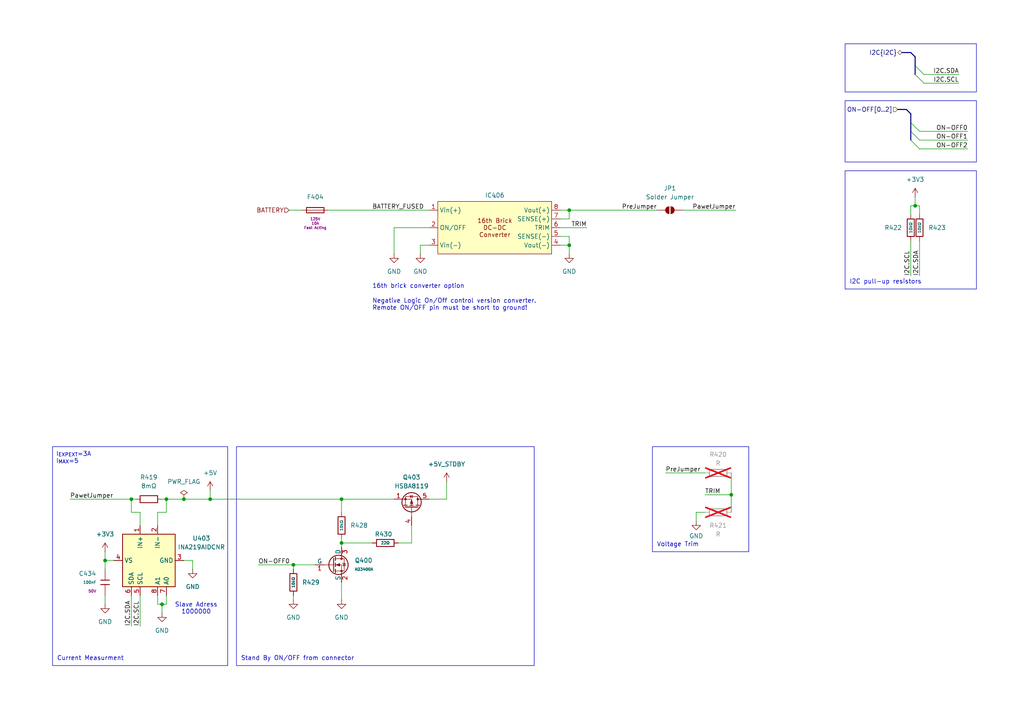
<source format=kicad_sch>
(kicad_sch (version 20250114) (generator "eeschema") (generator_version "9.0")
  (paper "A4")
  (lib_symbols
    (symbol "0402,10kΩ_1" (pin_numbers (hide yes)) (pin_names (offset 0))
      (property "Reference" "R" (at 1.778 0 0))
      (property "Value" "10kΩ" (at 0 0 90))
      (symbol "0402,10kΩ_1_0_1"
        (rectangle (start -1.016 2.54) (end 1.016 -2.54) (stroke (width 0.254)))
      )
      (symbol "0402,10kΩ_1_1_1"
        (pin passive line (at 0 3.81 270) (length 1.27) (name "~") (number "1"))
        (pin passive line (at 0 -3.81 90) (length 1.27) (name "~") (number "2"))
      )
    )
    (symbol "Brick_Converters:16th_Brick"
      (property "Reference" "IC" (at -16.51 8.89 0))
      (symbol "16th_Brick_1_0"
        (pin power_in line (at -19.05 5.08 0) (length 2.54) (name "Vin(+)") (number "1"))
        (pin input line (at -19.05 0 0) (length 2.54) (name "ON/OFF") (number "2"))
        (pin power_in line (at -19.05 -5.08 0) (length 2.54) (name "Vin(-)") (number "3"))
        (pin power_out line (at 19.05 5.08 180) (length 2.54) (name "Vout(+)") (number "8"))
        (pin input line (at 19.05 2.54 180) (length 2.54) (name "SENSE(+)") (number "7"))
        (pin input line (at 19.05 0 180) (length 2.54) (name "TRIM") (number "6"))
        (pin input line (at 19.05 -2.54 180) (length 2.54) (name "SENSE(-)") (number "5"))
        (pin power_in line (at 19.05 -5.08 180) (length 2.54) (name "Vout(-)") (number "4"))
      )
      (symbol "16th_Brick_1_1"
        (rectangle (start -16.51 7.62) (end 16.51 -7.62) (fill (type background)))
        (text "16th Brick\nDC-DC\nConverter" (at 0 0 0) (effects (font (size 1.27 1.27))))
      )
    )
    (symbol "Device:R" (pin_numbers (hide yes)) (pin_names (offset 0))
      (property "Reference" "R" (at 2.032 0 90))
      (property "Value" "R" (at 0 0 90))
      (symbol "R_0_1"
        (rectangle (start -1.016 -2.54) (end 1.016 2.54) (stroke (width 0.254)))
      )
      (symbol "R_1_1"
        (pin passive line (at 0 3.81 270) (length 1.27) (name "~") (number "1"))
        (pin passive line (at 0 -3.81 90) (length 1.27) (name "~") (number "2"))
      )
    )
    (symbol "FuseCustom:JFC2410FS-2100FS"
      (property "Reference" "F" (at -2.54 0 90))
      (property "Current Trigger" "10A" (at 3.81 0 90))
      (property "Voltage Rating" "125V" (at 2.54 0 90))
      (property "Time Sensitivity" "Fast Acting" (at 5.08 0 90))
      (symbol "JFC2410FS-2100FS_0_1"
        (rectangle (start -0.762 2.54) (end 0.762 -2.54) (stroke (width 0.254)))
        (polyline (pts (xy 0 2.54) (xy 0 -2.54)))
      )
      (symbol "JFC2410FS-2100FS_1_1"
        (pin passive line (at 0 3.81 270) (length 1.27) (name "~") (number "1"))
        (pin passive line (at 0 -3.81 90) (length 1.27) (name "~") (number "2"))
      )
    )
    (symbol "INA219AIDCNR:INA219AIDCNR"
      (property "Reference" "U" (at -6.35 8.89 0))
      (property "Value" "INA219AIDCNR" (at 7.62 8.89 0))
      (symbol "INA219AIDCNR_0_1"
        (rectangle (start -7.62 7.62) (end 7.62 -7.62) (stroke (width 0.254)) (fill (type background)))
      )
      (symbol "INA219AIDCNR_1_1"
        (pin input line (at -10.16 2.54 0) (length 2.54) (name "IN+") (number "1"))
        (pin input line (at -10.16 -2.54 0) (length 2.54) (name "IN-") (number "2"))
        (pin power_in line (at 0 10.16 270) (length 2.54) (name "VS") (number "4"))
        (pin power_in line (at 0 -10.16 90) (length 2.54) (name "GND") (number "3"))
        (pin bidirectional line (at 10.16 5.08 180) (length 2.54) (name "SDA") (number "6"))
        (pin input line (at 10.16 2.54 180) (length 2.54) (name "SCL") (number "5"))
        (pin input line (at 10.16 -2.54 180) (length 2.54) (name "A1") (number "8"))
        (pin input line (at 10.16 -5.08 180) (length 2.54) (name "A0") (number "7"))
      )
    )
    (symbol "Jumper:SolderJumper_2_Open" (pin_numbers (hide yes)) (pin_names (offset 0) (hide yes)) (in_bom no)
      (property "Reference" "JP" (at 0 2.032 0))
      (property "Value" "SolderJumper_2_Open" (at 0 -2.54 0))
      (symbol "SolderJumper_2_Open_0_1"
        (polyline (pts (xy -0.254 1.016) (xy -0.254 -1.016)))
        (arc (start -0.254 -1.016) (mid -1.2656 0) (end -0.254 1.016))
        (arc (start -0.254 -1.016) (mid -1.2656 0) (end -0.254 1.016) (fill (type outline)))
        (arc (start 0.254 1.016) (mid 1.2656 0) (end 0.254 -1.016))
        (arc (start 0.254 1.016) (mid 1.2656 0) (end 0.254 -1.016) (fill (type outline)))
        (polyline (pts (xy 0.254 1.016) (xy 0.254 -1.016)))
      )
      (symbol "SolderJumper_2_Open_1_1"
        (pin passive line (at -3.81 0 0) (length 2.54) (name "A") (number "1"))
        (pin passive line (at 3.81 0 180) (length 2.54) (name "B") (number "2"))
      )
    )
    (symbol "MCAC80P06YHE3:MCAC80P06YHE3"
      (property "Reference" "Q" (at 0 5.08 0))
      (property "Value" "HSBA8119" (at 0 3.048 0))
      (symbol "MCAC80P06YHE3_0_1"
        (polyline (pts (xy -2.54 0) (xy -1.778 0)))
        (polyline (pts (xy -2.286 -1.778) (xy -1.27 -1.778)) (stroke (width 0.254)))
        (polyline (pts (xy -1.905 -2.286) (xy 1.905 -2.286)) (stroke (width 0.254)))
        (circle (center -1.778 0) (radius 0.254) (fill (type outline)))
        (polyline (pts (xy -1.778 -1.778) (xy -1.778 0.762) (xy 1.778 0.762) (xy 1.778 -1.778)))
        (polyline (pts (xy -0.508 -1.778) (xy 0.508 -1.778)) (stroke (width 0.254)))
        (polyline (pts (xy 0 -0.254) (xy -0.381 -1.27) (xy 0.381 -1.27) (xy 0 -0.254)) (fill (type outline)))
        (circle (center 0 -0.889) (radius 2.794) (stroke (width 0.254)))
        (polyline (pts (xy 0 -2.286) (xy 0 -5.08)))
        (polyline (pts (xy 0.381 0.762) (xy -0.254 0.381) (xy -0.254 1.143) (xy 0.381 0.762)))
        (polyline (pts (xy 0.381 0.381) (xy 0.381 1.143)))
        (polyline (pts (xy 1.27 -1.778) (xy 2.286 -1.778)) (stroke (width 0.254)))
        (circle (center 1.778 0) (radius 0.254) (fill (type outline)))
        (polyline (pts (xy 2.54 0) (xy 0 0) (xy 0 -1.778)))
      )
      (symbol "MCAC80P06YHE3_1_0"
        (pin passive line (at -5.08 0 0) (length 2.54) (name "") (number "5"))
        (pin passive line (at -5.08 0 0) (length 2.54) (hide yes) (name "") (number "6"))
        (pin passive line (at -5.08 0 0) (length 2.54) (hide yes) (name "") (number "7"))
        (pin passive line (at -5.08 0 0) (length 2.54) (hide yes) (name "") (number "8"))
        (pin passive line (at -5.08 0 0) (length 2.54) (hide yes) (name "") (number "9"))
        (pin input line (at 0 -7.62 90) (length 2.54) (name "") (number "4"))
      )
      (symbol "MCAC80P06YHE3_1_1"
        (pin passive line (at 5.08 0 180) (length 2.54) (name "") (number "1"))
        (pin passive line (at 5.08 0 180) (length 2.54) (hide yes) (name "") (number "2"))
        (pin passive line (at 5.08 0 180) (length 2.54) (hide yes) (name "") (number "3"))
      )
    )
    (symbol "PCM_JLCPCB-Capacitors:0402,100nF,(2)" (pin_numbers (hide yes)) (pin_names (offset 0))
      (property "Reference" "C" (at 2.032 1.668 0))
      (property "Value" "100nF" (at 2.032 -0.3782 0))
      (property "Voltage Rated" "50V" (at 2.032 -2.0462 0))
      (symbol "0402,100nF,(2)_0_1"
        (polyline (pts (xy -1.27 0.635) (xy 1.27 0.635)) (stroke (width 0.254)))
        (polyline (pts (xy -1.27 -0.635) (xy 1.27 -0.635)) (stroke (width 0.254)))
      )
      (symbol "0402,100nF,(2)_1_1"
        (pin passive line (at 0 3.81 270) (length 3.175) (name "~") (number "1"))
        (pin passive line (at 0 -3.81 90) (length 3.175) (name "~") (number "2"))
      )
    )
    (symbol "PCM_JLCPCB-Resistors:0402,10kΩ" (pin_numbers (hide yes)) (pin_names (offset 0))
      (property "Reference" "R" (at 1.778 0 0))
      (property "Value" "10kΩ" (at 0 0 90))
      (symbol "0402,10kΩ_0_1"
        (rectangle (start -1.016 2.54) (end 1.016 -2.54) (stroke (width 0.254)))
      )
      (symbol "0402,10kΩ_1_1"
        (pin passive line (at 0 3.81 270) (length 1.27) (name "~") (number "1"))
        (pin passive line (at 0 -3.81 90) (length 1.27) (name "~") (number "2"))
      )
    )
    (symbol "PCM_JLCPCB-Resistors:0402,22Ω" (pin_numbers (hide yes)) (pin_names (offset 0))
      (property "Reference" "R" (at 1.778 0 0))
      (property "Value" "22Ω" (at 0 0 90))
      (symbol "0402,22Ω_0_1"
        (rectangle (start -1.016 2.54) (end 1.016 -2.54) (stroke (width 0.254)))
      )
      (symbol "0402,22Ω_1_1"
        (pin passive line (at 0 3.81 270) (length 1.27) (name "~") (number "1"))
        (pin passive line (at 0 -3.81 90) (length 1.27) (name "~") (number "2"))
      )
    )
    (symbol "PCM_JLCPCB-Transistors:NMOS,AO3400A" (pin_names (offset 0))
      (property "Reference" "Q" (at 4.8514 0.834 0))
      (property "Value" "AO3400A" (at 4.8514 -1.2122 0))
      (symbol "NMOS,AO3400A_0_1"
        (polyline (pts (xy 0.254 1.905) (xy 0.254 -1.905)) (stroke (width 0.254)))
        (polyline (pts (xy 0.254 0) (xy -2.54 0)))
        (polyline (pts (xy 0.762 2.286) (xy 0.762 1.27)) (stroke (width 0.254)))
        (polyline (pts (xy 0.762 0.508) (xy 0.762 -0.508)) (stroke (width 0.254)))
        (polyline (pts (xy 0.762 -1.27) (xy 0.762 -2.286)) (stroke (width 0.254)))
        (polyline (pts (xy 0.762 -1.778) (xy 3.302 -1.778) (xy 3.302 1.778) (xy 0.762 1.778)))
        (polyline (pts (xy 1.016 0) (xy 2.032 0.381) (xy 2.032 -0.381) (xy 1.016 0)) (fill (type outline)))
        (circle (center 1.651 0) (radius 2.794) (stroke (width 0.254)))
        (polyline (pts (xy 2.54 2.54) (xy 2.54 1.778)))
        (circle (center 2.54 1.778) (radius 0.254) (fill (type outline)))
        (circle (center 2.54 -1.778) (radius 0.254) (fill (type outline)))
        (polyline (pts (xy 2.54 -2.54) (xy 2.54 0) (xy 0.762 0)))
        (polyline (pts (xy 2.794 0.508) (xy 2.921 0.381) (xy 3.683 0.381) (xy 3.81 0.254)))
        (polyline (pts (xy 3.302 0.381) (xy 2.921 -0.254) (xy 3.683 -0.254) (xy 3.302 0.381)))
      )
      (symbol "NMOS,AO3400A_1_1"
        (pin input line (at -5.08 0 0) (length 2.54) (name "G") (number "1"))
        (pin passive line (at 2.54 5.08 270) (length 2.54) (name "D") (number "3"))
        (pin passive line (at 2.54 -5.08 90) (length 2.54) (name "S") (number "2"))
      )
    )
    (symbol "power:+3V3" (power) (pin_numbers (hide yes)) (pin_names (offset 0) (hide yes))
      (property "Value" "+3V3" (at 0 3.556 0))
      (symbol "+3V3_0_1"
        (polyline (pts (xy -0.762 1.27) (xy 0 2.54)))
        (polyline (pts (xy 0 2.54) (xy 0.762 1.27)))
        (polyline (pts (xy 0 0) (xy 0 2.54)))
      )
      (symbol "+3V3_1_1"
        (pin power_in line (at 0 0 90) (length 0) (name "~") (number "1"))
      )
    )
    (symbol "power:+5V" (power) (pin_numbers (hide yes)) (pin_names (offset 0) (hide yes))
      (property "Value" "+5V" (at 0 3.556 0))
      (symbol "+5V_0_1"
        (polyline (pts (xy -0.762 1.27) (xy 0 2.54)))
        (polyline (pts (xy 0 2.54) (xy 0.762 1.27)))
        (polyline (pts (xy 0 0) (xy 0 2.54)))
      )
      (symbol "+5V_1_1"
        (pin power_in line (at 0 0 90) (length 0) (name "~") (number "1"))
      )
    )
    (symbol "power:GND" (power) (pin_numbers (hide yes)) (pin_names (offset 0) (hide yes))
      (property "Value" "GND" (at 0 -3.81 0))
      (symbol "GND_0_1"
        (polyline (pts (xy 0 0) (xy 0 -1.27) (xy 1.27 -1.27) (xy 0 -2.54) (xy -1.27 -1.27) (xy 0 -1.27)))
      )
      (symbol "GND_1_1"
        (pin power_in line (at 0 0 270) (length 0) (name "~") (number "1"))
      )
    )
    (symbol "power:PWR_FLAG" (power) (pin_numbers (hide yes)) (pin_names (offset 0) (hide yes))
      (property "Value" "PWR_FLAG" (at 0 3.81 0))
      (symbol "PWR_FLAG_0_0"
        (pin power_out line (at 0 0 90) (length 0) (name "~") (number "1"))
      )
      (symbol "PWR_FLAG_0_1"
        (polyline (pts (xy 0 0) (xy 0 1.27) (xy -1.016 1.905) (xy 0 2.54) (xy 1.016 1.905) (xy 0 1.27)))
      )
    )
  )
  (rectangle (start 245.11 49.53) (end 283.21 83.82))
  (rectangle (start 15.24 129.54) (end 66.04 193.04))
  (rectangle (start 245.11 12.7) (end 283.21 26.67))
  (rectangle (start 68.58 129.54) (end 154.94 193.04))
  (rectangle (start 189.23 129.54) (end 217.17 160.02))
  (rectangle (start 245.11 29.21) (end 283.21 46.99))
  (text "Stand By ON/OFF from connector" (at 69.85 191.77 0) (effects (font (size 1.27 1.27)) (justify left bottom)))
  (text "I2C pull-up resistors" (at 246.38 82.55 0) (effects (font (size 1.27 1.27)) (justify left bottom)))
  (text "Slave Adress\n1000000" (at 56.896 176.53 0) (effects (font (size 1.27 1.27))))
  (text "Voltage Trim" (at 190.5 158.75 0) (effects (font (size 1.27 1.27)) (justify left bottom)))
  (text "Negative Logic On/Off control version converter.\nRemote ON/OFF pin must be short to ground!" (at 107.95 90.17 0) (effects (font (size 1.27 1.27)) (justify left bottom)))
  (text "Current Measurment" (at 16.51 191.77 0) (effects (font (size 1.27 1.27)) (justify left bottom)))
  (text "16th brick converter option" (at 107.95 83.82 0) (effects (font (size 1.27 1.27)) (justify left bottom)))
  (text "I_{EXPEXT}=3A\nI_{MAX}=5" (at 16.256 132.842 0) (effects (font (size 1.27 1.27)) (justify left)))
  (junction (at 60.96 144.78))
  (junction (at 212.09 143.51))
  (junction (at 165.1 71.12))
  (junction (at 165.1 60.96))
  (junction (at 265.43 59.69))
  (junction (at 99.06 157.48))
  (junction (at 38.1 144.78))
  (junction (at 46.99 175.26))
  (junction (at 85.09 163.83))
  (junction (at 48.26 144.78))
  (junction (at 99.06 144.78))
  (junction (at 30.48 162.56))
  (junction (at 53.34 144.78))
  (bus_entry (at 264.16 35.56) (size 2.54 2.54))
  (bus_entry (at 264.16 40.64) (size 2.54 2.54))
  (bus_entry (at 265.43 19.05) (size 2.54 2.54))
  (bus_entry (at 264.16 38.1) (size 2.54 2.54))
  (bus_entry (at 265.43 21.59) (size 2.54 2.54))
  (wire (pts (xy 201.93 148.59) (xy 204.47 148.59)))
  (wire (pts (xy 48.26 172.72) (xy 48.26 175.26)))
  (wire (pts (xy 60.96 142.24) (xy 60.96 144.78)))
  (wire (pts (xy 124.46 144.78) (xy 129.54 144.78)))
  (wire (pts (xy 53.34 144.78) (xy 60.96 144.78)))
  (wire (pts (xy 99.06 156.21) (xy 99.06 157.48)))
  (bus (pts (xy 264.16 33.02) (xy 264.16 35.56)))
  (wire (pts (xy 46.99 175.26) (xy 48.26 175.26)))
  (wire (pts (xy 165.1 63.5) (xy 165.1 60.96)))
  (wire (pts (xy 38.1 144.78) (xy 38.1 148.59)))
  (wire (pts (xy 45.72 175.26) (xy 46.99 175.26)))
  (wire (pts (xy 266.7 62.23) (xy 266.7 59.69)))
  (wire (pts (xy 267.97 21.59) (xy 278.13 21.59)))
  (wire (pts (xy 33.02 162.56) (xy 30.48 162.56)))
  (wire (pts (xy 165.1 71.12) (xy 165.1 68.58)))
  (wire (pts (xy 267.97 24.13) (xy 278.13 24.13)))
  (wire (pts (xy 266.7 38.1) (xy 280.67 38.1)))
  (wire (pts (xy 121.92 71.12) (xy 121.92 73.66)))
  (wire (pts (xy 30.48 162.56) (xy 30.48 165.1)))
  (wire (pts (xy 95.25 60.96) (xy 124.46 60.96)))
  (wire (pts (xy 60.96 144.78) (xy 99.06 144.78)))
  (wire (pts (xy 48.26 144.78) (xy 48.26 148.59)))
  (bus (pts (xy 264.16 35.56) (xy 264.16 38.1)))
  (wire (pts (xy 264.16 69.85) (xy 264.16 80.01)))
  (wire (pts (xy 265.43 57.15) (xy 265.43 59.69)))
  (wire (pts (xy 198.12 60.96) (xy 213.36 60.96)))
  (wire (pts (xy 53.34 162.56) (xy 55.88 162.56)))
  (wire (pts (xy 20.32 144.78) (xy 38.1 144.78)))
  (wire (pts (xy 99.06 144.78) (xy 99.06 148.59)))
  (wire (pts (xy 38.1 144.78) (xy 39.37 144.78)))
  (wire (pts (xy 212.09 137.16) (xy 212.09 143.51)))
  (wire (pts (xy 264.16 62.23) (xy 264.16 59.69)))
  (wire (pts (xy 266.7 59.69) (xy 265.43 59.69)))
  (wire (pts (xy 162.56 63.5) (xy 165.1 63.5)))
  (wire (pts (xy 46.99 175.26) (xy 46.99 177.8)))
  (wire (pts (xy 170.18 66.04) (xy 162.56 66.04)))
  (wire (pts (xy 165.1 60.96) (xy 162.56 60.96)))
  (wire (pts (xy 115.57 157.48) (xy 119.38 157.48)))
  (wire (pts (xy 83.82 60.96) (xy 87.63 60.96)))
  (bus (pts (xy 261.62 15.24) (xy 264.16 15.24)))
  (wire (pts (xy 85.09 163.83) (xy 85.09 165.1)))
  (wire (pts (xy 165.1 68.58) (xy 162.56 68.58)))
  (wire (pts (xy 266.7 40.64) (xy 280.67 40.64)))
  (bus (pts (xy 264.16 15.24) (xy 265.43 16.51)))
  (bus (pts (xy 265.43 16.51) (xy 265.43 19.05)))
  (wire (pts (xy 99.06 157.48) (xy 107.95 157.48)))
  (wire (pts (xy 204.47 143.51) (xy 212.09 143.51)))
  (wire (pts (xy 99.06 157.48) (xy 99.06 158.75)))
  (wire (pts (xy 201.93 148.59) (xy 201.93 151.13)))
  (wire (pts (xy 45.72 172.72) (xy 45.72 175.26)))
  (wire (pts (xy 114.3 66.04) (xy 124.46 66.04)))
  (wire (pts (xy 45.72 148.59) (xy 48.26 148.59)))
  (wire (pts (xy 30.48 172.72) (xy 30.48 175.26)))
  (wire (pts (xy 85.09 172.72) (xy 85.09 173.99)))
  (bus (pts (xy 262.89 31.75) (xy 264.16 33.02)))
  (wire (pts (xy 266.7 43.18) (xy 280.67 43.18)))
  (wire (pts (xy 40.64 172.72) (xy 40.64 181.61)))
  (wire (pts (xy 99.06 144.78) (xy 114.3 144.78)))
  (wire (pts (xy 264.16 59.69) (xy 265.43 59.69)))
  (wire (pts (xy 162.56 71.12) (xy 165.1 71.12)))
  (wire (pts (xy 45.72 148.59) (xy 45.72 152.4)))
  (wire (pts (xy 165.1 60.96) (xy 190.5 60.96)))
  (bus (pts (xy 260.35 31.75) (xy 262.89 31.75)))
  (wire (pts (xy 48.26 144.78) (xy 53.34 144.78)))
  (wire (pts (xy 266.7 69.85) (xy 266.7 80.01)))
  (wire (pts (xy 40.64 148.59) (xy 40.64 152.4)))
  (wire (pts (xy 119.38 152.4) (xy 119.38 157.48)))
  (wire (pts (xy 55.88 162.56) (xy 55.88 165.1)))
  (wire (pts (xy 114.3 66.04) (xy 114.3 73.66)))
  (wire (pts (xy 40.64 148.59) (xy 38.1 148.59)))
  (wire (pts (xy 30.48 160.02) (xy 30.48 162.56)))
  (wire (pts (xy 129.54 139.7) (xy 129.54 144.78)))
  (bus (pts (xy 265.43 19.05) (xy 265.43 21.59)))
  (wire (pts (xy 212.09 143.51) (xy 212.09 148.59)))
  (wire (pts (xy 85.09 163.83) (xy 91.44 163.83)))
  (wire (pts (xy 74.93 163.83) (xy 85.09 163.83)))
  (wire (pts (xy 124.46 71.12) (xy 121.92 71.12)))
  (bus (pts (xy 264.16 38.1) (xy 264.16 40.64)))
  (wire (pts (xy 38.1 172.72) (xy 38.1 181.61)))
  (wire (pts (xy 99.06 168.91) (xy 99.06 173.99)))
  (wire (pts (xy 46.99 144.78) (xy 48.26 144.78)))
  (wire (pts (xy 193.04 137.16) (xy 204.47 137.16)))
  (wire (pts (xy 165.1 73.66) (xy 165.1 71.12)))
  (label "ON-OFF0" (at 280.67 38.1 180))
  (label "I2C.SCL" (at 40.64 181.61 90))
  (label "ON-OFF1" (at 280.67 40.64 180))
  (label "PreJumper" (at 193.04 137.16 0))
  (label "PawełJumper" (at 213.36 60.96 180))
  (label "TRIM" (at 204.47 143.51 0))
  (label "I2C.SDA" (at 38.1 181.61 90))
  (label "I2C.SDA" (at 266.7 80.01 90))
  (label "ON-OFF0" (at 74.93 163.83 0))
  (label "I2C.SDA" (at 278.13 21.59 180))
  (label "ON-OFF2" (at 280.67 43.18 180))
  (label "TRIM" (at 170.18 66.04 180))
  (label "PawełJumper" (at 20.32 144.78 0))
  (label "I2C.SCL" (at 264.16 80.01 90))
  (label "I2C.SCL" (at 278.13 24.13 180))
  (label "PreJumper" (at 180.34 60.96 0))
  (label "BATTERY_FUSED" (at 107.95 60.96 0))
  (hierarchical_label "ON-OFF[0..2]" (shape input) (at 260.35 31.75 180))
  (hierarchical_label "BATTERY" (shape input) (at 83.82 60.96 180))
  (hierarchical_label "I2C{I2C}" (shape bidirectional) (at 261.62 15.24 180))
  (symbol (lib_id "MCAC80P06YHE3:MCAC80P06YHE3") (at 119.38 144.78 0) (mirror y) (unit 1)
    (property "Reference" "Q403" (at 119.38 138.43 0))
    (property "Value" "HSBA8119" (at 119.38 140.97 0))
    (property "Footprint" "DFN5060-8L:DFN5060-8L" (effects (hide yes)))
    (property "Datasheet" "https://www.lcsc.com/product-detail/C22359243.html" (effects (hide yes)))
    (property "Description" "80V 70A 145W 15mΩ@10V 2.5V@250uA 1 P-Channel PRPAK5x6-8L MOSFETs ROHS" (effects (hide yes)))
    (property "Manufacturer" "HUASHUO" (effects (hide yes)))
    (property "LCSC" "C22359243" (effects (hide yes)))
  )
  (symbol (lib_id "INA219AIDCNR:INA219AIDCNR") (at 43.18 162.56 90) (mirror x) (unit 1)
    (property "Reference" "U403" (at 58.42 156.1398 90))
    (property "Value" "INA219AIDCNR" (at 58.42 158.6798 90))
    (property "Footprint" "Package_TO_SOT_SMD:SOT-23-8" (effects (hide yes)))
    (property "Datasheet" "http://www.ti.com/lit/ds/symlink/ina219.pdf" (effects (hide yes)))
    (property "Description" "Zero-Drift, Bidirectional Current/Power Monitor (0-26V) With I2C Interface, SOT-23-8" (effects (hide yes)))
    (property "Manufacturer" "TI" (effects (hide yes)))
    (property "LCSC" "C87469" (effects (hide yes)))
    (property "Availability" "10482" (effects (hide yes)))
    (property "Price" "$ 0.56 / 1 pcs." (effects (hide yes)))
  )
  (symbol (lib_id "power:+3V3") (at 265.43 57.15 0) (unit 1)
    (property "Reference" "#PWR0478" (effects (hide yes)))
    (property "Value" "+3V3" (at 265.43 52.07 0))
    (property "Description" "Power symbol creates a global label with name \"+3V3\"" (effects (hide yes)))
  )
  (symbol (lib_id "power:GND") (at 165.1 73.66 0) (unit 1)
    (property "Reference" "#PWR0455" (effects (hide yes)))
    (property "Value" "GND" (at 165.1 78.74 0))
    (property "Description" "Power symbol creates a global label with name \"GND\" , ground" (effects (hide yes)))
  )
  (symbol (lib_id "power:GND") (at 99.06 173.99 0) (unit 1)
    (property "Reference" "#PWR0461" (effects (hide yes)))
    (property "Value" "GND" (at 99.06 179.07 0))
    (property "Description" "Power symbol creates a global label with name \"GND\" , ground" (effects (hide yes)))
  )
  (symbol (lib_id "power:GND") (at 55.88 165.1 0) (mirror y) (unit 1)
    (property "Reference" "#PWR0476" (effects (hide yes)))
    (property "Value" "GND" (at 55.88 170.18 0))
    (property "Description" "Power symbol creates a global label with name \"GND\" , ground" (effects (hide yes)))
  )
  (symbol (lib_name "0402,10kΩ_1") (lib_id "PCM_JLCPCB-Resistors:0402,10kΩ") (at 99.06 152.4 0) (unit 1)
    (property "Reference" "R428" (at 101.6 152.3999 0) (effects (justify left)))
    (property "Value" "10kΩ" (at 99.06 152.4 90) (effects (font (size 0.8 0.8))))
    (property "Footprint" "PCM_JLCPCB:R_0402" (effects (hide yes)))
    (property "Datasheet" "https://www.lcsc.com/datasheet/lcsc_datasheet_2411221126_UNI-ROYAL-Uniroyal-Elec-0402WGF1002TCE_C25744.pdf" (effects (hide yes)))
    (property "Description" "62.5mW Thick Film Resistors 50V ±100ppm/°C ±1% 10kΩ 0402 Chip Resistor - Surface Mount ROHS" (effects (hide yes)))
    (property "LCSC" "C25744" (effects (hide yes)))
    (property "Stock" "6144808" (effects (hide yes)))
    (property "Price" "0.004USD" (effects (hide yes)))
    (property "Process" "SMT" (effects (hide yes)))
    (property "Minimum Qty" "5" (effects (hide yes)))
    (property "Attrition Qty" "10" (effects (hide yes)))
    (property "Class" "Basic Component" (effects (hide yes)))
    (property "Category" "Resistors,Chip Resistor - Surface Mount" (effects (hide yes)))
    (property "Manufacturer" "UNI-ROYAL(Uniroyal Elec)" (effects (hide yes)))
    (property "Part" "0402WGF1002TCE" (effects (hide yes)))
    (property "Resistance" "10kΩ" (effects (hide yes)))
    (property "Power(Watts)" "62.5mW" (effects (hide yes)))
    (property "Type" "Thick Film Resistors" (effects (hide yes)))
    (property "Overload Voltage (Max)" "50V" (effects (hide yes)))
    (property "Operating Temperature Range" "-55°C~+155°C" (effects (hide yes)))
    (property "Tolerance" "±1%" (effects (hide yes)))
    (property "Temperature Coefficient" "±100ppm/°C" (effects (hide yes)))
  )
  (symbol (lib_id "Jumper:SolderJumper_2_Open") (at 194.31 60.96 0) (unit 1) (exclude_from_sim yes) (in_bom no)
    (property "Reference" "JP1" (at 194.31 54.61 0))
    (property "Value" "Solder Jumper" (at 194.31 57.15 0))
    (property "Footprint" "Jumper:SolderJumper-2_P1.3mm_Open_RoundedPad1.0x1.5mm" (effects (hide yes)))
    (property "Description" "Solder Jumper, 2-pole, open" (effects (hide yes)))
  )
  (symbol (lib_id "power:+3V3") (at 30.48 160.02 0) (unit 1)
    (property "Reference" "#PWR0474" (effects (hide yes)))
    (property "Value" "+3V3" (at 30.48 154.94 0))
    (property "Description" "Power symbol creates a global label with name \"+3V3\"" (effects (hide yes)))
  )
  (symbol (lib_id "Device:R") (at 208.28 148.59 90) (mirror x) (unit 1) (dnp yes)
    (property "Reference" "R421" (at 208.28 152.4 90))
    (property "Value" "R" (at 208.28 154.94 90))
    (property "Footprint" "PCM_JLCPCB:R_0402" (effects (hide yes)))
    (property "Description" "Resistor" (effects (hide yes)))
  )
  (symbol (lib_id "PCM_JLCPCB-Transistors:NMOS,AO3400A") (at 96.52 163.83 0) (unit 1)
    (property "Reference" "Q400" (at 102.87 162.5599 0) (effects (justify left)))
    (property "Value" "AO3400A" (at 102.87 165.1 0) (effects (font (size 0.8 0.8)) (justify left)))
    (property "Footprint" "PCM_JLCPCB:Q_SOT-23" (effects (hide yes)))
    (property "Datasheet" "https://www.lcsc.com/datasheet/lcsc_datasheet_1811081213_Alpha---Omega-Semicon-AO3400A_C20917.pdf" (effects (hide yes)))
    (property "Description" "30V 5.7A 26.5mΩ@10V,5.7A 1.4W 1.5V@250uA 1 N-Channel SOT-23-3L MOSFETs ROHS" (effects (hide yes)))
    (property "LCSC" "C20917" (effects (hide yes)))
    (property "Stock" "1046002" (effects (hide yes)))
    (property "Price" "0.088USD" (effects (hide yes)))
    (property "Process" "SMT" (effects (hide yes)))
    (property "Minimum Qty" "5" (effects (hide yes)))
    (property "Attrition Qty" "4" (effects (hide yes)))
    (property "Class" "Basic Component" (effects (hide yes)))
    (property "Category" "Transistors,MOSFETs" (effects (hide yes)))
    (property "Manufacturer" "Alpha & Omega Semicon" (effects (hide yes)))
    (property "Part" "AO3400A" (effects (hide yes)))
    (property "Continuous Drain Current (Id)" "5.7A" (effects (hide yes)))
    (property "Input Capacitance (Ciss@Vds)" "630pF@15V" (effects (hide yes)))
    (property "Operating Temperature" "-55°C~+150°C@(Tj)" (effects (hide yes)))
    (property "Type" "1 N-channel" (effects (hide yes)))
    (property "Drain Source Voltage (Vdss)" "30V" (effects (hide yes)))
    (property "Power Dissipation (Pd)" "1.4W" (effects (hide yes)))
    (property "Gate Threshold Voltage (Vgs(th)@Id)" "1.5V@250uA" (effects (hide yes)))
    (property "Drain Source On Resistance (RDS(on)@Vgs,Id)" "26.5mΩ@10V,5.7A" (effects (hide yes)))
    (property "Total Gate Charge (Qg@Vgs)" "7nC@4.5V" (effects (hide yes)))
  )
  (symbol (lib_id "PCM_JLCPCB-Resistors:0402,10kΩ") (at 264.16 66.04 0) (unit 1)
    (property "Reference" "R422" (at 261.62 66.0399 0) (effects (justify right)))
    (property "Value" "10kΩ" (at 264.16 66.04 90) (effects (font (size 0.8 0.8))))
    (property "Footprint" "PCM_JLCPCB:R_0402" (effects (hide yes)))
    (property "Datasheet" "https://www.lcsc.com/datasheet/lcsc_datasheet_2411221126_UNI-ROYAL-Uniroyal-Elec-0402WGF1002TCE_C25744.pdf" (effects (hide yes)))
    (property "Description" "62.5mW Thick Film Resistors 50V ±100ppm/°C ±1% 10kΩ 0402 Chip Resistor - Surface Mount ROHS" (effects (hide yes)))
    (property "LCSC" "C25744" (effects (hide yes)))
    (property "Stock" "24372091" (effects (hide yes)))
    (property "Price" "0.004USD" (effects (hide yes)))
    (property "Process" "SMT" (effects (hide yes)))
    (property "Minimum Qty" "20" (effects (hide yes)))
    (property "Attrition Qty" "10" (effects (hide yes)))
    (property "Class" "Basic Component" (effects (hide yes)))
    (property "Category" "Resistors,Chip Resistor - Surface Mount" (effects (hide yes)))
    (property "Manufacturer" "UNI-ROYAL(Uniroyal Elec)" (effects (hide yes)))
    (property "Part" "0402WGF1002TCE" (effects (hide yes)))
    (property "Resistance" "10kΩ" (effects (hide yes)))
    (property "Power(Watts)" "62.5mW" (effects (hide yes)))
    (property "Type" "Thick Film Resistors" (effects (hide yes)))
    (property "Overload Voltage (Max)" "50V" (effects (hide yes)))
    (property "Operating Temperature Range" "-55°C~+155°C" (effects (hide yes)))
    (property "Tolerance" "±1%" (effects (hide yes)))
    (property "Temperature Coefficient" "±100ppm/°C" (effects (hide yes)))
  )
  (symbol (lib_name "0402,10kΩ_1") (lib_id "PCM_JLCPCB-Resistors:0402,10kΩ") (at 85.09 168.91 0) (unit 1)
    (property "Reference" "R429" (at 87.63 168.9099 0) (effects (justify left)))
    (property "Value" "10kΩ" (at 85.09 168.91 90) (effects (font (size 0.8 0.8))))
    (property "Footprint" "PCM_JLCPCB:R_0402" (effects (hide yes)))
    (property "Datasheet" "https://www.lcsc.com/datasheet/lcsc_datasheet_2411221126_UNI-ROYAL-Uniroyal-Elec-0402WGF1002TCE_C25744.pdf" (effects (hide yes)))
    (property "Description" "62.5mW Thick Film Resistors 50V ±100ppm/°C ±1% 10kΩ 0402 Chip Resistor - Surface Mount ROHS" (effects (hide yes)))
    (property "LCSC" "C25744" (effects (hide yes)))
    (property "Stock" "6144808" (effects (hide yes)))
    (property "Price" "0.004USD" (effects (hide yes)))
    (property "Process" "SMT" (effects (hide yes)))
    (property "Minimum Qty" "5" (effects (hide yes)))
    (property "Attrition Qty" "10" (effects (hide yes)))
    (property "Class" "Basic Component" (effects (hide yes)))
    (property "Category" "Resistors,Chip Resistor - Surface Mount" (effects (hide yes)))
    (property "Manufacturer" "UNI-ROYAL(Uniroyal Elec)" (effects (hide yes)))
    (property "Part" "0402WGF1002TCE" (effects (hide yes)))
    (property "Resistance" "10kΩ" (effects (hide yes)))
    (property "Power(Watts)" "62.5mW" (effects (hide yes)))
    (property "Type" "Thick Film Resistors" (effects (hide yes)))
    (property "Overload Voltage (Max)" "50V" (effects (hide yes)))
    (property "Operating Temperature Range" "-55°C~+155°C" (effects (hide yes)))
    (property "Tolerance" "±1%" (effects (hide yes)))
    (property "Temperature Coefficient" "±100ppm/°C" (effects (hide yes)))
  )
  (symbol (lib_id "power:GND") (at 85.09 173.99 0) (unit 1)
    (property "Reference" "#PWR0439" (effects (hide yes)))
    (property "Value" "GND" (at 85.09 179.07 0))
    (property "Description" "Power symbol creates a global label with name \"GND\" , ground" (effects (hide yes)))
  )
  (symbol (lib_id "PCM_JLCPCB-Resistors:0402,22Ω") (at 111.76 157.48 90) (unit 1)
    (property "Reference" "R430" (at 111.252 154.94 90))
    (property "Value" "22Ω" (at 111.76 157.48 90) (effects (font (size 0.8 0.8))))
    (property "Footprint" "PCM_JLCPCB:R_0402" (effects (hide yes)))
    (property "Datasheet" "https://www.lcsc.com/datasheet/lcsc_datasheet_2205311900_UNI-ROYAL-Uniroyal-Elec-0402WGF220JTCE_C25092.pdf" (effects (hide yes)))
    (property "Description" "62.5mW Thick Film Resistors 50V ±1% ±100ppm/°C 22Ω 0402 Chip Resistor - Surface Mount ROHS" (effects (hide yes)))
    (property "LCSC" "C25092" (effects (hide yes)))
    (property "Stock" "1548152" (effects (hide yes)))
    (property "Price" "0.004USD" (effects (hide yes)))
    (property "Process" "SMT" (effects (hide yes)))
    (property "Minimum Qty" "20" (effects (hide yes)))
    (property "Attrition Qty" "10" (effects (hide yes)))
    (property "Class" "Basic Component" (effects (hide yes)))
    (property "Category" "Resistors,Chip Resistor - Surface Mount" (effects (hide yes)))
    (property "Manufacturer" "UNI-ROYAL(Uniroyal Elec)" (effects (hide yes)))
    (property "Part" "0402WGF220JTCE" (effects (hide yes)))
    (property "Resistance" "22Ω" (effects (hide yes)))
    (property "Power(Watts)" "62.5mW" (effects (hide yes)))
    (property "Type" "Thick Film Resistors" (effects (hide yes)))
    (property "Overload Voltage (Max)" "50V" (effects (hide yes)))
    (property "Operating Temperature Range" "-55°C~+155°C" (effects (hide yes)))
    (property "Tolerance" "±1%" (effects (hide yes)))
    (property "Temperature Coefficient" "±100ppm/°C" (effects (hide yes)))
  )
  (symbol (lib_id "power:GND") (at 201.93 151.13 0) (mirror y) (unit 1)
    (property "Reference" "#PWR0457" (effects (hide yes)))
    (property "Value" "GND" (at 201.93 155.448 0))
    (property "Description" "Power symbol creates a global label with name \"GND\" , ground" (effects (hide yes)))
  )
  (symbol (lib_id "power:+5V") (at 60.96 142.24 0) (unit 1)
    (property "Reference" "#PWR0415" (effects (hide yes)))
    (property "Value" "+5V" (at 60.96 137.16 0))
    (property "Description" "Power symbol creates a global label with name \"+5V\"" (effects (hide yes)))
  )
  (symbol (lib_id "Brick_Converters:16th_Brick") (at 143.51 66.04 0) (unit 1)
    (property "Reference" "IC406" (at 143.51 56.642 0))
    (property "Value" "~" (at 143.51 57.15 0))
    (property "Footprint" "Brick_Converter:16th DC-DC converter" (effects (hide yes)))
    (property "Description" "Sixteenth-Brick DC-DC Converter" (effects (hide yes)))
  )
  (symbol (lib_id "power:GND") (at 46.99 177.8 0) (unit 1)
    (property "Reference" "#PWR0477" (effects (hide yes)))
    (property "Value" "GND" (at 46.99 182.88 0))
    (property "Description" "Power symbol creates a global label with name \"GND\" , ground" (effects (hide yes)))
  )
  (symbol (lib_id "power:GND") (at 114.3 73.66 0) (mirror y) (unit 1)
    (property "Reference" "#PWR0453" (effects (hide yes)))
    (property "Value" "GND" (at 114.3 78.74 0))
    (property "Description" "Power symbol creates a global label with name \"GND\" , ground" (effects (hide yes)))
  )
  (symbol (lib_id "FuseCustom:JFC2410FS-2100FS") (at 91.44 60.96 270) (unit 1)
    (property "Reference" "F404" (at 91.44 57.15 90))
    (property "Value" "10A" (effects (hide yes)))
    (property "Footprint" "FuseCustom:Fuse_2410_6125" (effects (hide yes)))
    (property "Datasheet" "https://jlcpcb.com/api/file/downloadByFileSystemAccessId/8588899540782604288" (effects (hide yes)))
    (property "Description" "-55℃~+125℃ 10A 125V 125V 50A Surface Mount Fuse 2410 Disposable fuses ROHS" (effects (hide yes)))
    (property "Manufacturer" "Shenzhen JDT Fuse" (effects (hide yes)))
    (property "Name" "JFC2410FS-2100FS" (effects (hide yes)))
    (property "Package" "2410" (effects (hide yes)))
    (property "Current Trigger" "10A" (at 91.44 64.77 90) (effects (font (size 0.762 0.762))))
    (property "Voltage Rating" "125V" (at 91.44 63.5 90) (effects (font (size 0.762 0.762))))
    (property "Time Sensitivity" "Fast Acting" (at 91.44 66.04 90) (effects (font (size 0.762 0.762))))
    (property "Assembly Type" "SMT Assembly" (effects (hide yes)))
    (property "LCSC" "C136374" (effects (hide yes)))
  )
  (symbol (lib_id "Device:R") (at 208.28 137.16 270) (mirror x) (unit 1) (dnp yes)
    (property "Reference" "R420" (at 208.28 131.826 90))
    (property "Value" "R" (at 208.28 134.366 90))
    (property "Footprint" "PCM_JLCPCB:R_0402" (effects (hide yes)))
    (property "Description" "Resistor" (effects (hide yes)))
  )
  (symbol (lib_id "Device:R") (at 43.18 144.78 90) (unit 1)
    (property "Reference" "R419" (at 43.18 138.43 90))
    (property "Value" "8mΩ" (at 43.18 140.97 90))
    (property "Footprint" "PCM_JLCPCB:R_0805" (effects (hide yes)))
    (property "Datasheet" "https://jlcpcb.com/api/file/downloadByFileSystemAccessId/8589929491364945920" (effects (hide yes)))
    (property "Description" "500mW 8mΩ Current Sense Resistor Surface Mount ±1% ±150ppm/℃ 0805 Current Sense Resistors / Shunt Resistors ROHS" (effects (hide yes)))
    (property "Manufacturer" "ROHM Semicon" (effects (hide yes)))
    (property "Name" "PMR10EZPFU8L00" (effects (hide yes)))
    (property "LCSC" "C510284" (effects (hide yes)))
  )
  (symbol (lib_id "power:+5V") (at 129.54 139.7 0) (mirror y) (unit 1)
    (property "Reference" "#PWR0234" (effects (hide yes)))
    (property "Value" "+5V_STDBY" (at 129.54 134.62 0))
    (property "Description" "Power symbol creates a global label with name \"+5V\"" (effects (hide yes)))
  )
  (symbol (lib_id "PCM_JLCPCB-Capacitors:0402,100nF,(2)") (at 30.48 168.91 0) (unit 1)
    (property "Reference" "C434" (at 27.94 166.3699 0) (effects (justify right)))
    (property "Value" "100nF" (at 27.94 168.91 0) (effects (font (size 0.8 0.8)) (justify right)))
    (property "Footprint" "PCM_JLCPCB:C_0402" (effects (hide yes)))
    (property "Datasheet" "https://www.lcsc.com/datasheet/lcsc_datasheet_2304140030_Samsung-Electro-Mechanics-CL05B104KB54PNC_C307331.pdf" (effects (hide yes)))
    (property "Description" "50V 100nF X7R ±10% 0402 Multilayer Ceramic Capacitors MLCC - SMD/SMT ROHS" (effects (hide yes)))
    (property "LCSC" "C307331" (effects (hide yes)))
    (property "Stock" "8389599" (effects (hide yes)))
    (property "Price" "0.008USD" (effects (hide yes)))
    (property "Process" "SMT" (effects (hide yes)))
    (property "Minimum Qty" "20" (effects (hide yes)))
    (property "Attrition Qty" "10" (effects (hide yes)))
    (property "Class" "Basic Component" (effects (hide yes)))
    (property "Category" "Capacitors,Multilayer Ceramic Capacitors MLCC - SMD/SMT" (effects (hide yes)))
    (property "Manufacturer" "Samsung Electro-Mechanics" (effects (hide yes)))
    (property "Part" "CL05B104KB54PNC" (effects (hide yes)))
    (property "Voltage Rated" "50V" (at 27.94 171.45 0) (effects (font (size 0.8 0.8)) (justify right)))
    (property "Tolerance" "±10%" (effects (hide yes)))
    (property "Capacitance" "100nF" (effects (hide yes)))
    (property "Temperature Coefficient" "X7R" (effects (hide yes)))
  )
  (symbol (lib_id "PCM_JLCPCB-Resistors:0402,10kΩ") (at 266.7 66.04 0) (unit 1)
    (property "Reference" "R423" (at 269.24 66.0399 0) (effects (justify left)))
    (property "Value" "10kΩ" (at 266.7 66.04 90) (effects (font (size 0.8 0.8))))
    (property "Footprint" "PCM_JLCPCB:R_0402" (effects (hide yes)))
    (property "Datasheet" "https://www.lcsc.com/datasheet/lcsc_datasheet_2411221126_UNI-ROYAL-Uniroyal-Elec-0402WGF1002TCE_C25744.pdf" (effects (hide yes)))
    (property "Description" "62.5mW Thick Film Resistors 50V ±100ppm/°C ±1% 10kΩ 0402 Chip Resistor - Surface Mount ROHS" (effects (hide yes)))
    (property "LCSC" "C25744" (effects (hide yes)))
    (property "Stock" "24372091" (effects (hide yes)))
    (property "Price" "0.004USD" (effects (hide yes)))
    (property "Process" "SMT" (effects (hide yes)))
    (property "Minimum Qty" "20" (effects (hide yes)))
    (property "Attrition Qty" "10" (effects (hide yes)))
    (property "Class" "Basic Component" (effects (hide yes)))
    (property "Category" "Resistors,Chip Resistor - Surface Mount" (effects (hide yes)))
    (property "Manufacturer" "UNI-ROYAL(Uniroyal Elec)" (effects (hide yes)))
    (property "Part" "0402WGF1002TCE" (effects (hide yes)))
    (property "Resistance" "10kΩ" (effects (hide yes)))
    (property "Power(Watts)" "62.5mW" (effects (hide yes)))
    (property "Type" "Thick Film Resistors" (effects (hide yes)))
    (property "Overload Voltage (Max)" "50V" (effects (hide yes)))
    (property "Operating Temperature Range" "-55°C~+155°C" (effects (hide yes)))
    (property "Tolerance" "±1%" (effects (hide yes)))
    (property "Temperature Coefficient" "±100ppm/°C" (effects (hide yes)))
  )
  (symbol (lib_id "power:GND") (at 30.48 175.26 0) (unit 1)
    (property "Reference" "#PWR0475" (effects (hide yes)))
    (property "Value" "GND" (at 30.48 180.34 0))
    (property "Description" "Power symbol creates a global label with name \"GND\" , ground" (effects (hide yes)))
  )
  (symbol (lib_id "power:GND") (at 121.92 73.66 0) (unit 1)
    (property "Reference" "#PWR0454" (effects (hide yes)))
    (property "Value" "GND" (at 121.92 78.74 0))
    (property "Description" "Power symbol creates a global label with name \"GND\" , ground" (effects (hide yes)))
  )
  (symbol (lib_id "power:PWR_FLAG") (at 53.34 144.78 0) (unit 1)
    (property "Reference" "#FLG0403" (effects (hide yes)))
    (property "Value" "PWR_FLAG" (at 53.34 139.7 0))
    (property "Description" "Special symbol for telling ERC where power comes from" (effects (hide yes)))
  )
)
</source>
